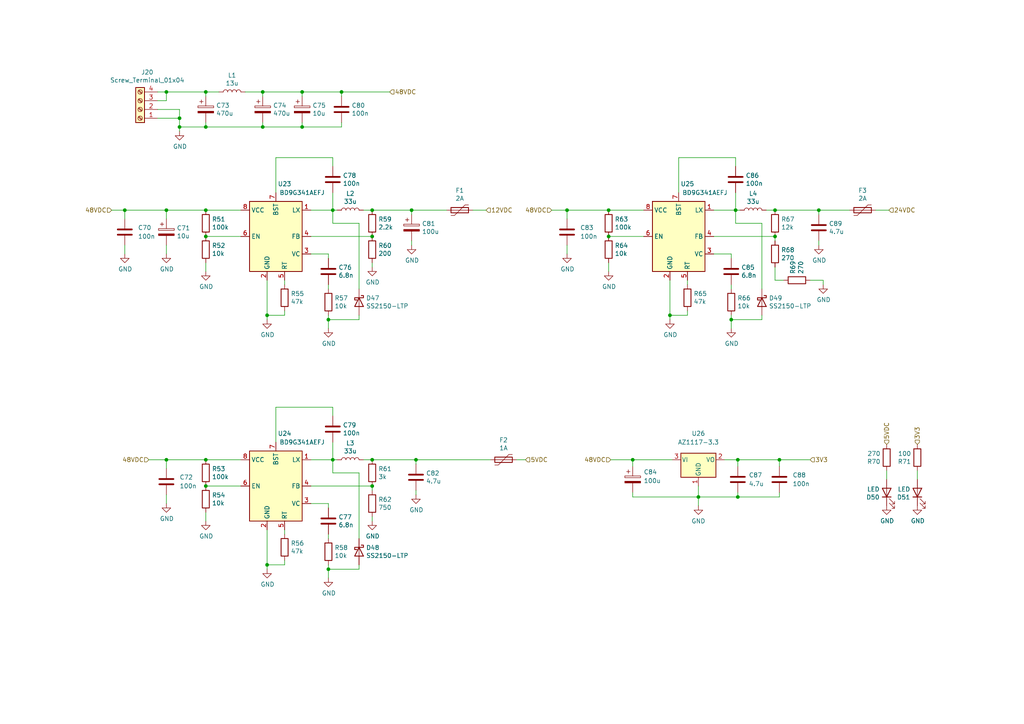
<source format=kicad_sch>
(kicad_sch (version 20211123) (generator eeschema)
  (paper "A4")
  (lib_symbols
    (symbol "Connector:Screw_Terminal_01x04" (pin_names (offset 1.016) hide)
      (property "Reference" "J" (at 0 5.08 0))
      (property "Value" "Screw_Terminal_01x04" (at 0 -7.62 0))
      (symbol "Screw_Terminal_01x04_1_1"
        (rectangle (start -1.27 3.81) (end 1.27 -6.35) (stroke (width 0.254)) (fill (type background)))
        (circle (center 0 -5.08) (radius 0.635) (stroke (width 0.1524)))
        (circle (center 0 -2.54) (radius 0.635) (stroke (width 0.1524)))
        (polyline (pts (xy -0.5334 -4.7498) (xy 0.3302 -5.588)) (stroke (width 0.1524)))
        (polyline (pts (xy -0.5334 -2.2098) (xy 0.3302 -3.048)) (stroke (width 0.1524)))
        (polyline (pts (xy -0.5334 0.3302) (xy 0.3302 -0.508)) (stroke (width 0.1524)))
        (polyline (pts (xy -0.5334 2.8702) (xy 0.3302 2.032)) (stroke (width 0.1524)))
        (polyline (pts (xy -0.3556 -4.572) (xy 0.508 -5.4102)) (stroke (width 0.1524)))
        (polyline (pts (xy -0.3556 -2.032) (xy 0.508 -2.8702)) (stroke (width 0.1524)))
        (polyline (pts (xy -0.3556 0.508) (xy 0.508 -0.3302)) (stroke (width 0.1524)))
        (polyline (pts (xy -0.3556 3.048) (xy 0.508 2.2098)) (stroke (width 0.1524)))
        (circle (center 0 0) (radius 0.635) (stroke (width 0.1524)))
        (circle (center 0 2.54) (radius 0.635) (stroke (width 0.1524)))
        (pin passive line (at -5.08 2.54 0) (length 3.81) (name "Pin_1") (number "1"))
        (pin passive line (at -5.08 0 0) (length 3.81) (name "Pin_2") (number "2"))
        (pin passive line (at -5.08 -2.54 0) (length 3.81) (name "Pin_3") (number "3"))
        (pin passive line (at -5.08 -5.08 0) (length 3.81) (name "Pin_4") (number "4"))
      )
    )
    (symbol "Device:C" (pin_numbers hide) (pin_names (offset 0.254))
      (property "Reference" "C" (at 0.635 2.54 0))
      (property "Value" "C" (at 0.635 -2.54 0))
      (symbol "C_0_1"
        (polyline (pts (xy -2.032 -0.762) (xy 2.032 -0.762)) (stroke (width 0.508)))
        (polyline (pts (xy -2.032 0.762) (xy 2.032 0.762)) (stroke (width 0.508)))
      )
      (symbol "C_1_1"
        (pin passive line (at 0 3.81 270) (length 2.794) (name "~") (number "1"))
        (pin passive line (at 0 -3.81 90) (length 2.794) (name "~") (number "2"))
      )
    )
    (symbol "Device:CP" (pin_numbers hide) (pin_names (offset 0.254))
      (property "Reference" "C" (at 0.635 2.54 0))
      (property "Value" "Device_CP" (at 0.635 -2.54 0))
      (symbol "CP_0_1"
        (rectangle (start -2.286 0.508) (end 2.286 1.016))
        (polyline (pts (xy -1.778 2.286) (xy -0.762 2.286)))
        (polyline (pts (xy -1.27 2.794) (xy -1.27 1.778)))
        (rectangle (start 2.286 -0.508) (end -2.286 -1.016) (fill (type outline)))
      )
      (symbol "CP_1_1"
        (pin passive line (at 0 3.81 270) (length 2.794) (name "~") (number "1"))
        (pin passive line (at 0 -3.81 90) (length 2.794) (name "~") (number "2"))
      )
    )
    (symbol "Device:C_Polarized" (pin_numbers hide) (pin_names (offset 0.254))
      (property "Reference" "C" (at 0.635 2.54 0))
      (property "Value" "C_Polarized" (at 0.635 -2.54 0))
      (symbol "C_Polarized_0_1"
        (rectangle (start -2.286 0.508) (end 2.286 1.016))
        (polyline (pts (xy -1.778 2.286) (xy -0.762 2.286)))
        (polyline (pts (xy -1.27 2.794) (xy -1.27 1.778)))
        (rectangle (start 2.286 -0.508) (end -2.286 -1.016) (fill (type outline)))
      )
      (symbol "C_Polarized_1_1"
        (pin passive line (at 0 3.81 270) (length 2.794) (name "~") (number "1"))
        (pin passive line (at 0 -3.81 90) (length 2.794) (name "~") (number "2"))
      )
    )
    (symbol "Device:D_Schottky" (pin_numbers hide) (pin_names (offset 1.016) hide)
      (property "Reference" "D" (at 0 2.54 0))
      (property "Value" "D_Schottky" (at 0 -2.54 0))
      (symbol "D_Schottky_0_1"
        (polyline (pts (xy 1.27 0) (xy -1.27 0)))
        (polyline (pts (xy 1.27 1.27) (xy 1.27 -1.27) (xy -1.27 0) (xy 1.27 1.27)) (stroke (width 0.254)))
        (polyline (pts (xy -1.905 0.635) (xy -1.905 1.27) (xy -1.27 1.27) (xy -1.27 -1.27) (xy -0.635 -1.27) (xy -0.635 -0.635)) (stroke (width 0.254)))
      )
      (symbol "D_Schottky_1_1"
        (pin passive line (at -3.81 0 0) (length 2.54) (name "K") (number "1"))
        (pin passive line (at 3.81 0 180) (length 2.54) (name "A") (number "2"))
      )
    )
    (symbol "Device:L" (pin_numbers hide) (pin_names (offset 1.016) hide)
      (property "Reference" "L" (at -1.27 0 90))
      (property "Value" "L" (at 1.905 0 90))
      (symbol "L_0_1"
        (arc (start 0 -2.54) (mid 0.635 -1.905) (end 0 -1.27))
        (arc (start 0 -1.27) (mid 0.635 -0.635) (end 0 0))
        (arc (start 0 0) (mid 0.635 0.635) (end 0 1.27))
        (arc (start 0 1.27) (mid 0.635 1.905) (end 0 2.54))
      )
      (symbol "L_1_1"
        (pin passive line (at 0 3.81 270) (length 1.27) (name "1") (number "1"))
        (pin passive line (at 0 -3.81 90) (length 1.27) (name "2") (number "2"))
      )
    )
    (symbol "Device:LED" (pin_numbers hide) (pin_names (offset 1.016) hide)
      (property "Reference" "D" (at 0 2.54 0))
      (property "Value" "LED" (at 0 -2.54 0))
      (symbol "LED_0_1"
        (polyline (pts (xy -1.27 -1.27) (xy -1.27 1.27)) (stroke (width 0.254)))
        (polyline (pts (xy -1.27 0) (xy 1.27 0)))
        (polyline (pts (xy 1.27 -1.27) (xy 1.27 1.27) (xy -1.27 0) (xy 1.27 -1.27)) (stroke (width 0.254)))
        (polyline (pts (xy -3.048 -0.762) (xy -4.572 -2.286) (xy -3.81 -2.286) (xy -4.572 -2.286) (xy -4.572 -1.524)))
        (polyline (pts (xy -1.778 -0.762) (xy -3.302 -2.286) (xy -2.54 -2.286) (xy -3.302 -2.286) (xy -3.302 -1.524)))
      )
      (symbol "LED_1_1"
        (pin passive line (at -3.81 0 0) (length 2.54) (name "K") (number "1"))
        (pin passive line (at 3.81 0 180) (length 2.54) (name "A") (number "2"))
      )
    )
    (symbol "Device:Polyfuse" (pin_numbers hide) (pin_names (offset 0))
      (property "Reference" "F" (at -2.54 0 90))
      (property "Value" "Polyfuse" (at 2.54 0 90))
      (symbol "Polyfuse_0_1"
        (rectangle (start -0.762 2.54) (end 0.762 -2.54) (stroke (width 0.254)))
        (polyline (pts (xy 0 2.54) (xy 0 -2.54)))
        (polyline (pts (xy -1.524 2.54) (xy -1.524 1.524) (xy 1.524 -1.524) (xy 1.524 -2.54)))
      )
      (symbol "Polyfuse_1_1"
        (pin passive line (at 0 3.81 270) (length 1.27) (name "~") (number "1"))
        (pin passive line (at 0 -3.81 90) (length 1.27) (name "~") (number "2"))
      )
    )
    (symbol "Device:R" (pin_numbers hide) (pin_names (offset 0))
      (property "Reference" "R" (at 2.032 0 90))
      (property "Value" "R" (at 0 0 90))
      (symbol "R_0_1"
        (rectangle (start -1.016 -2.54) (end 1.016 2.54) (stroke (width 0.254)))
      )
      (symbol "R_1_1"
        (pin passive line (at 0 3.81 270) (length 1.27) (name "~") (number "1"))
        (pin passive line (at 0 -3.81 90) (length 1.27) (name "~") (number "2"))
      )
    )
    (symbol "Regulator_Linear:AZ1117-3.3" (pin_names (offset 0.254))
      (property "Reference" "U" (at -3.81 3.175 0))
      (property "Value" "AZ1117-3.3" (at 0 3.175 0))
      (symbol "AZ1117-3.3_0_1"
        (rectangle (start -5.08 1.905) (end 5.08 -5.08) (stroke (width 0.254)) (fill (type background)))
      )
      (symbol "AZ1117-3.3_1_1"
        (pin power_in line (at 0 -7.62 90) (length 2.54) (name "GND") (number "1"))
        (pin power_out line (at 7.62 0 180) (length 2.54) (name "VO") (number "2"))
        (pin power_in line (at -7.62 0 0) (length 2.54) (name "VI") (number "3"))
      )
    )
    (symbol "fluidnc_board:BD9G341AEFJ"
      (property "Reference" "U" (at -6.35 11.43 0))
      (property "Value" "BD9G341AEFJ" (at 7.62 11.43 0))
      (symbol "BD9G341AEFJ_0_0"
        (pin power_in line (at -2.54 -12.7 90) (length 2.54) hide (name "GND") (number "9"))
      )
      (symbol "BD9G341AEFJ_0_1"
        (rectangle (start -7.62 10.16) (end 7.62 -10.16) (stroke (width 0.254)) (fill (type background)))
      )
      (symbol "BD9G341AEFJ_1_1"
        (pin passive line (at 10.16 7.62 180) (length 2.54) (name "LX") (number "1"))
        (pin power_in line (at -2.54 -12.7 90) (length 2.54) (name "GND") (number "2"))
        (pin output line (at 10.16 -5.08 180) (length 2.54) (name "VC") (number "3"))
        (pin input line (at 10.16 0 180) (length 2.54) (name "FB") (number "4"))
        (pin input line (at 2.54 -12.7 90) (length 2.54) (name "RT") (number "5"))
        (pin input line (at -10.16 0 0) (length 2.54) (name "EN") (number "6"))
        (pin input line (at 0 12.7 270) (length 2.54) (name "BST") (number "7"))
        (pin power_in line (at -10.16 7.62 0) (length 2.54) (name "VCC") (number "8"))
      )
    )
    (symbol "power:GND" (power) (pin_names (offset 0))
      (property "Value" "GND" (at 0 -3.81 0))
      (symbol "GND_0_1"
        (polyline (pts (xy 0 0) (xy 0 -1.27) (xy 1.27 -1.27) (xy 0 -2.54) (xy -1.27 -1.27) (xy 0 -1.27)))
      )
      (symbol "GND_1_1"
        (pin power_in line (at 0 0 270) (length 0) hide (name "GND") (number "1"))
      )
    )
  )
  (junction (at 59.69 60.96))
  (junction (at 48.26 133.35))
  (junction (at 87.63 26.67))
  (junction (at 52.07 34.29))
  (junction (at 183.515 133.35))
  (junction (at 224.79 68.58))
  (junction (at 96.52 60.96))
  (junction (at 194.31 91.44))
  (junction (at 176.53 68.58))
  (junction (at 96.52 133.35))
  (junction (at 52.07 36.83))
  (junction (at 87.63 36.83))
  (junction (at 59.69 36.83))
  (junction (at 59.69 68.58))
  (junction (at 77.47 91.44))
  (junction (at 202.565 144.145))
  (junction (at 164.465 60.96))
  (junction (at 48.26 26.67))
  (junction (at 59.69 140.97))
  (junction (at 119.38 60.96))
  (junction (at 107.95 133.35))
  (junction (at 99.06 26.67))
  (junction (at 213.995 144.145))
  (junction (at 120.65 133.35))
  (junction (at 77.47 163.83))
  (junction (at 36.195 60.96))
  (junction (at 107.95 60.96))
  (junction (at 76.2 26.67))
  (junction (at 95.25 165.1))
  (junction (at 48.26 60.96))
  (junction (at 95.25 92.71))
  (junction (at 107.95 68.58))
  (junction (at 107.95 140.97))
  (junction (at 213.995 133.35))
  (junction (at 59.69 26.67))
  (junction (at 59.69 133.35))
  (junction (at 226.06 133.35))
  (junction (at 224.79 60.96))
  (junction (at 212.09 92.71))
  (junction (at 176.53 60.96))
  (junction (at 76.2 36.83))
  (junction (at 213.36 60.96))
  (junction (at 237.49 60.96))
  (wire (pts (xy 87.63 36.83) (xy 99.06 36.83)))
  (wire (pts (xy 82.55 163.83) (xy 77.47 163.83)))
  (wire (pts (xy 69.85 68.58) (xy 59.69 68.58)))
  (wire (pts (xy 152.4 133.35) (xy 149.86 133.35)))
  (wire (pts (xy 96.52 60.96) (xy 90.17 60.96)))
  (wire (pts (xy 87.63 26.67) (xy 87.63 27.94)))
  (wire (pts (xy 224.79 77.47) (xy 224.79 81.28)))
  (wire (pts (xy 52.07 34.29) (xy 45.72 34.29)))
  (wire (pts (xy 202.565 144.145) (xy 202.565 146.685)))
  (wire (pts (xy 224.79 68.58) (xy 207.01 68.58)))
  (wire (pts (xy 95.25 146.05) (xy 90.17 146.05)))
  (wire (pts (xy 212.09 83.82) (xy 212.09 82.55)))
  (wire (pts (xy 183.515 142.875) (xy 183.515 144.145)))
  (wire (pts (xy 59.69 151.13) (xy 59.69 148.59)))
  (wire (pts (xy 120.65 133.35) (xy 142.24 133.35)))
  (wire (pts (xy 99.06 36.83) (xy 99.06 35.56)))
  (wire (pts (xy 107.95 133.35) (xy 120.65 133.35)))
  (wire (pts (xy 36.195 73.66) (xy 36.195 71.12)))
  (wire (pts (xy 105.41 133.35) (xy 107.95 133.35)))
  (wire (pts (xy 99.06 26.67) (xy 113.03 26.67)))
  (wire (pts (xy 45.72 31.75) (xy 52.07 31.75)))
  (wire (pts (xy 82.55 82.55) (xy 82.55 81.28)))
  (wire (pts (xy 77.47 163.83) (xy 77.47 165.1)))
  (wire (pts (xy 213.36 45.72) (xy 196.85 45.72)))
  (wire (pts (xy 95.25 165.1) (xy 104.14 165.1)))
  (wire (pts (xy 107.95 140.97) (xy 90.17 140.97)))
  (wire (pts (xy 176.53 60.96) (xy 186.69 60.96)))
  (wire (pts (xy 59.69 35.56) (xy 59.69 36.83)))
  (wire (pts (xy 45.72 29.21) (xy 48.26 29.21)))
  (wire (pts (xy 199.39 82.55) (xy 199.39 81.28)))
  (wire (pts (xy 95.25 156.21) (xy 95.25 154.94)))
  (wire (pts (xy 96.52 137.16) (xy 96.52 133.35)))
  (wire (pts (xy 48.26 26.67) (xy 45.72 26.67)))
  (wire (pts (xy 96.52 118.11) (xy 80.01 118.11)))
  (wire (pts (xy 76.2 26.67) (xy 76.2 27.94)))
  (wire (pts (xy 226.06 133.35) (xy 234.95 133.35)))
  (wire (pts (xy 95.25 74.93) (xy 95.25 73.66)))
  (wire (pts (xy 224.79 81.28) (xy 227.33 81.28)))
  (wire (pts (xy 212.09 95.25) (xy 212.09 92.71)))
  (wire (pts (xy 96.52 133.35) (xy 90.17 133.35)))
  (wire (pts (xy 59.69 133.35) (xy 69.85 133.35)))
  (wire (pts (xy 48.26 73.66) (xy 48.26 71.12)))
  (wire (pts (xy 212.09 92.71) (xy 220.98 92.71)))
  (wire (pts (xy 237.49 62.23) (xy 237.49 60.96)))
  (wire (pts (xy 77.47 91.44) (xy 77.47 92.71)))
  (wire (pts (xy 59.69 36.83) (xy 76.2 36.83)))
  (wire (pts (xy 76.2 35.56) (xy 76.2 36.83)))
  (wire (pts (xy 32.385 60.96) (xy 36.195 60.96)))
  (wire (pts (xy 237.49 60.96) (xy 246.38 60.96)))
  (wire (pts (xy 87.63 26.67) (xy 99.06 26.67)))
  (wire (pts (xy 104.14 64.77) (xy 96.52 64.77)))
  (wire (pts (xy 220.98 64.77) (xy 213.36 64.77)))
  (wire (pts (xy 76.2 36.83) (xy 87.63 36.83)))
  (wire (pts (xy 202.565 140.97) (xy 202.565 144.145)))
  (wire (pts (xy 48.26 133.35) (xy 48.26 135.89)))
  (wire (pts (xy 257.81 60.96) (xy 254 60.96)))
  (wire (pts (xy 59.69 60.96) (xy 69.85 60.96)))
  (wire (pts (xy 82.55 91.44) (xy 77.47 91.44)))
  (wire (pts (xy 48.26 63.5) (xy 48.26 60.96)))
  (wire (pts (xy 266.065 136.525) (xy 266.065 139.065)))
  (wire (pts (xy 52.07 36.83) (xy 59.69 36.83)))
  (wire (pts (xy 77.47 153.67) (xy 77.47 163.83)))
  (wire (pts (xy 48.26 29.21) (xy 48.26 26.67)))
  (wire (pts (xy 48.26 26.67) (xy 59.69 26.67)))
  (wire (pts (xy 164.465 60.96) (xy 164.465 63.5)))
  (wire (pts (xy 224.79 60.96) (xy 237.49 60.96)))
  (wire (pts (xy 107.95 68.58) (xy 90.17 68.58)))
  (wire (pts (xy 194.31 91.44) (xy 194.31 92.71)))
  (wire (pts (xy 36.195 60.96) (xy 48.26 60.96)))
  (wire (pts (xy 95.25 147.32) (xy 95.25 146.05)))
  (wire (pts (xy 220.98 92.71) (xy 220.98 91.44)))
  (wire (pts (xy 238.76 82.55) (xy 238.76 81.28)))
  (wire (pts (xy 71.12 26.67) (xy 76.2 26.67)))
  (wire (pts (xy 87.63 36.83) (xy 87.63 35.56)))
  (wire (pts (xy 213.36 60.96) (xy 214.63 60.96)))
  (wire (pts (xy 226.06 133.35) (xy 226.06 135.255)))
  (wire (pts (xy 95.25 83.82) (xy 95.25 82.55)))
  (wire (pts (xy 96.52 48.26) (xy 96.52 45.72)))
  (wire (pts (xy 140.97 60.96) (xy 137.16 60.96)))
  (wire (pts (xy 107.95 77.47) (xy 107.95 76.2)))
  (wire (pts (xy 96.52 55.88) (xy 96.52 60.96)))
  (wire (pts (xy 77.47 81.28) (xy 77.47 91.44)))
  (wire (pts (xy 36.195 60.96) (xy 36.195 63.5)))
  (wire (pts (xy 237.49 71.12) (xy 237.49 69.85)))
  (wire (pts (xy 183.515 133.35) (xy 183.515 135.255)))
  (wire (pts (xy 120.65 134.62) (xy 120.65 133.35)))
  (wire (pts (xy 59.69 78.74) (xy 59.69 76.2)))
  (wire (pts (xy 177.165 133.35) (xy 183.515 133.35)))
  (wire (pts (xy 183.515 144.145) (xy 202.565 144.145)))
  (wire (pts (xy 213.995 133.35) (xy 226.06 133.35)))
  (wire (pts (xy 213.995 144.145) (xy 226.06 144.145)))
  (wire (pts (xy 104.14 64.77) (xy 104.14 83.82)))
  (wire (pts (xy 48.26 146.05) (xy 48.26 143.51)))
  (wire (pts (xy 257.175 136.525) (xy 257.175 139.065)))
  (wire (pts (xy 96.52 133.35) (xy 97.79 133.35)))
  (wire (pts (xy 226.06 144.145) (xy 226.06 142.875)))
  (wire (pts (xy 59.69 26.67) (xy 59.69 27.94)))
  (wire (pts (xy 80.01 45.72) (xy 80.01 55.88)))
  (wire (pts (xy 119.38 62.23) (xy 119.38 60.96)))
  (wire (pts (xy 220.98 64.77) (xy 220.98 83.82)))
  (wire (pts (xy 48.26 133.35) (xy 59.69 133.35)))
  (wire (pts (xy 52.07 36.83) (xy 52.07 38.1)))
  (wire (pts (xy 194.945 133.35) (xy 183.515 133.35)))
  (wire (pts (xy 105.41 60.96) (xy 107.95 60.96)))
  (wire (pts (xy 95.25 167.64) (xy 95.25 165.1)))
  (wire (pts (xy 95.25 92.71) (xy 104.14 92.71)))
  (wire (pts (xy 96.52 60.96) (xy 97.79 60.96)))
  (wire (pts (xy 194.31 81.28) (xy 194.31 91.44)))
  (wire (pts (xy 104.14 137.16) (xy 104.14 156.21)))
  (wire (pts (xy 104.14 137.16) (xy 96.52 137.16)))
  (wire (pts (xy 213.36 55.88) (xy 213.36 60.96)))
  (wire (pts (xy 107.95 140.97) (xy 107.95 142.24)))
  (wire (pts (xy 104.14 92.71) (xy 104.14 91.44)))
  (wire (pts (xy 95.25 165.1) (xy 95.25 163.83)))
  (wire (pts (xy 95.25 95.25) (xy 95.25 92.71)))
  (wire (pts (xy 196.85 45.72) (xy 196.85 55.88)))
  (wire (pts (xy 213.36 60.96) (xy 207.01 60.96)))
  (wire (pts (xy 213.36 64.77) (xy 213.36 60.96)))
  (wire (pts (xy 164.465 60.96) (xy 176.53 60.96)))
  (wire (pts (xy 104.14 165.1) (xy 104.14 163.83)))
  (wire (pts (xy 129.54 60.96) (xy 119.38 60.96)))
  (wire (pts (xy 59.69 26.67) (xy 63.5 26.67)))
  (wire (pts (xy 52.07 31.75) (xy 52.07 34.29)))
  (wire (pts (xy 199.39 90.17) (xy 199.39 91.44)))
  (wire (pts (xy 186.69 68.58) (xy 176.53 68.58)))
  (wire (pts (xy 69.85 140.97) (xy 59.69 140.97)))
  (wire (pts (xy 76.2 26.67) (xy 87.63 26.67)))
  (wire (pts (xy 199.39 91.44) (xy 194.31 91.44)))
  (wire (pts (xy 43.18 133.35) (xy 48.26 133.35)))
  (wire (pts (xy 160.02 60.96) (xy 164.465 60.96)))
  (wire (pts (xy 95.25 92.71) (xy 95.25 91.44)))
  (wire (pts (xy 96.52 45.72) (xy 80.01 45.72)))
  (wire (pts (xy 202.565 144.145) (xy 213.995 144.145)))
  (wire (pts (xy 213.995 133.35) (xy 213.995 135.255)))
  (wire (pts (xy 107.95 151.13) (xy 107.95 149.86)))
  (wire (pts (xy 212.09 92.71) (xy 212.09 91.44)))
  (wire (pts (xy 96.52 128.27) (xy 96.52 133.35)))
  (wire (pts (xy 82.55 154.94) (xy 82.55 153.67)))
  (wire (pts (xy 224.79 68.58) (xy 224.79 69.85)))
  (wire (pts (xy 80.01 118.11) (xy 80.01 128.27)))
  (wire (pts (xy 96.52 64.77) (xy 96.52 60.96)))
  (wire (pts (xy 222.25 60.96) (xy 224.79 60.96)))
  (wire (pts (xy 95.25 73.66) (xy 90.17 73.66)))
  (wire (pts (xy 119.38 71.12) (xy 119.38 69.85)))
  (wire (pts (xy 210.185 133.35) (xy 213.995 133.35)))
  (wire (pts (xy 238.76 81.28) (xy 234.95 81.28)))
  (wire (pts (xy 120.65 143.51) (xy 120.65 142.24)))
  (wire (pts (xy 99.06 27.94) (xy 99.06 26.67)))
  (wire (pts (xy 213.36 48.26) (xy 213.36 45.72)))
  (wire (pts (xy 107.95 60.96) (xy 119.38 60.96)))
  (wire (pts (xy 48.26 60.96) (xy 59.69 60.96)))
  (wire (pts (xy 52.07 34.29) (xy 52.07 36.83)))
  (wire (pts (xy 212.09 73.66) (xy 207.01 73.66)))
  (wire (pts (xy 212.09 74.93) (xy 212.09 73.66)))
  (wire (pts (xy 82.55 90.17) (xy 82.55 91.44)))
  (wire (pts (xy 176.53 78.74) (xy 176.53 76.2)))
  (wire (pts (xy 164.465 73.66) (xy 164.465 71.12)))
  (wire (pts (xy 96.52 120.65) (xy 96.52 118.11)))
  (wire (pts (xy 82.55 162.56) (xy 82.55 163.83)))
  (wire (pts (xy 213.995 142.875) (xy 213.995 144.145)))
  (hierarchical_label "3V3" (shape input) (at 266.065 128.905 90))
  (hierarchical_label "5VDC" (shape input) (at 257.175 128.905 90))
  (hierarchical_label "48VDC" (shape input) (at 113.03 26.67 0))
  (hierarchical_label "48VDC" (shape input) (at 177.165 133.35 180))
  (hierarchical_label "24VDC" (shape input) (at 257.81 60.96 0))
  (hierarchical_label "48VDC" (shape input) (at 32.385 60.96 180))
  (hierarchical_label "48VDC" (shape input) (at 43.18 133.35 180))
  (hierarchical_label "5VDC" (shape input) (at 152.4 133.35 0))
  (hierarchical_label "12VDC" (shape input) (at 140.97 60.96 0))
  (hierarchical_label "48VDC" (shape input) (at 160.02 60.96 180))
  (hierarchical_label "3V3" (shape input) (at 234.95 133.35 0))
  (symbol (lib_id "Device:R") (at 176.53 64.77 0) (unit 1)
    (property "Reference" "R63" (at 178.308 63.6016 0) (effects (justify left)))
    (property "Value" "100k" (at 178.308 65.913 0) (effects (justify left)))
    (property "Footprint" "Resistor_SMD:R_0603_1608Metric_Pad0.98x0.95mm_HandSolder" (effects hide))
  )
  (symbol (lib_id "power:GND") (at 194.31 92.71 0) (unit 1)
    (property "Reference" "#PWR0199" (effects hide))
    (property "Value" "GND" (at 194.437 97.1042 0))
  )
  (symbol (lib_id "Device:LED") (at 266.065 142.875 90) (unit 1)
    (property "Reference" "D51" (at 264.033 144.2212 90) (effects (justify left)))
    (property "Value" "LED" (at 264.033 141.9098 90) (effects (justify left)))
    (property "Footprint" "LED_SMD:LED_1206_3216Metric_Pad1.42x1.75mm_HandSolder" (effects hide))
  )
  (symbol (lib_id "power:GND") (at 237.49 71.12 0) (unit 1)
    (property "Reference" "#PWR0202" (effects hide))
    (property "Value" "GND" (at 237.617 75.5142 0))
  )
  (symbol (lib_id "Device:C") (at 237.49 66.04 0) (unit 1)
    (property "Reference" "C89" (at 240.411 64.8716 0) (effects (justify left)))
    (property "Value" "4.7u" (at 240.411 67.183 0) (effects (justify left)))
    (property "Footprint" "Capacitor_SMD:C_0805_2012Metric_Pad1.18x1.45mm_HandSolder" (effects hide))
  )
  (symbol (lib_id "Device:D_Schottky") (at 104.14 87.63 270) (unit 1)
    (property "Reference" "D47" (at 106.172 86.4616 90) (effects (justify left)))
    (property "Value" "SS2150-LTP" (at 106.172 88.773 90) (effects (justify left)))
    (property "Footprint" "Diode_SMD:D_SMA_Handsoldering" (effects hide))
  )
  (symbol (lib_id "power:GND") (at 77.47 165.1 0) (unit 1)
    (property "Reference" "#PWR0190" (effects hide))
    (property "Value" "GND" (at 77.597 169.4942 0))
  )
  (symbol (lib_id "Device:R") (at 231.14 81.28 90) (unit 1)
    (property "Reference" "R69" (at 229.9716 79.502 0) (effects (justify left)))
    (property "Value" "270" (at 232.283 79.502 0) (effects (justify left)))
    (property "Footprint" "Resistor_SMD:R_1206_3216Metric_Pad1.30x1.75mm_HandSolder" (effects hide))
  )
  (symbol (lib_id "Device:R") (at 107.95 137.16 0) (unit 1)
    (property "Reference" "R61" (at 109.728 135.9916 0) (effects (justify left)))
    (property "Value" "3k" (at 109.728 138.303 0) (effects (justify left)))
    (property "Footprint" "Resistor_SMD:R_0603_1608Metric_Pad0.98x0.95mm_HandSolder" (effects hide))
  )
  (symbol (lib_id "Device:C_Polarized") (at 183.515 139.065 0) (unit 1)
    (property "Reference" "C84" (at 186.69 136.9059 0) (effects (justify left)))
    (property "Value" "100u" (at 186.69 139.4459 0) (effects (justify left)))
    (property "Footprint" "Capacitor_SMD:CP_Elec_10x10" (effects hide))
    (property "Datasheet" "https://www.nichicon.co.jp/english/products/pdfs/e-ucd.pdf" (effects hide))
  )
  (symbol (lib_id "Device:R") (at 59.69 72.39 0) (unit 1)
    (property "Reference" "R52" (at 61.468 71.2216 0) (effects (justify left)))
    (property "Value" "10k" (at 61.468 73.533 0) (effects (justify left)))
    (property "Footprint" "Resistor_SMD:R_0805_2012Metric_Pad1.20x1.40mm_HandSolder" (effects hide))
  )
  (symbol (lib_id "Connector:Screw_Terminal_01x04") (at 40.64 31.75 180) (unit 1)
    (property "Reference" "J20" (at 42.7228 20.955 0))
    (property "Value" "Screw_Terminal_01x04" (at 42.7228 23.2664 0))
    (property "Footprint" "Connector_Phoenix_MC:PhoenixContact_MC_1,5_4-G-3.81_1x04_P3.81mm_Horizontal" (effects hide))
  )
  (symbol (lib_id "Device:R") (at 224.79 64.77 0) (unit 1)
    (property "Reference" "R67" (at 226.568 63.6016 0) (effects (justify left)))
    (property "Value" "12k" (at 226.568 65.913 0) (effects (justify left)))
    (property "Footprint" "Resistor_SMD:R_0603_1608Metric_Pad0.98x0.95mm_HandSolder" (effects hide))
  )
  (symbol (lib_id "Device:C") (at 48.26 139.7 0) (unit 1)
    (property "Reference" "C72" (at 52.07 138.4299 0) (effects (justify left)))
    (property "Value" "100n" (at 52.07 140.9699 0) (effects (justify left)))
    (property "Footprint" "Capacitor_SMD:C_0603_1608Metric_Pad1.08x0.95mm_HandSolder" (effects hide))
  )
  (symbol (lib_id "Device:C") (at 95.25 78.74 0) (unit 1)
    (property "Reference" "C76" (at 98.171 77.5716 0) (effects (justify left)))
    (property "Value" "6.8n" (at 98.171 79.883 0) (effects (justify left)))
    (property "Footprint" "Capacitor_SMD:C_0402_1005Metric_Pad0.74x0.62mm_HandSolder" (effects hide))
  )
  (symbol (lib_id "power:GND") (at 48.26 146.05 0) (unit 1)
    (property "Reference" "#PWR0185" (effects hide))
    (property "Value" "GND" (at 48.387 150.4442 0))
  )
  (symbol (lib_id "Device:R") (at 107.95 64.77 0) (unit 1)
    (property "Reference" "R59" (at 109.728 63.6016 0) (effects (justify left)))
    (property "Value" "2.2k" (at 109.728 65.913 0) (effects (justify left)))
    (property "Footprint" "Resistor_SMD:R_0603_1608Metric_Pad0.98x0.95mm_HandSolder" (effects hide))
  )
  (symbol (lib_id "power:GND") (at 202.565 146.685 0) (unit 1)
    (property "Reference" "#PWR0200" (effects hide))
    (property "Value" "GND" (at 202.565 151.13 0))
  )
  (symbol (lib_id "Device:C") (at 213.36 52.07 0) (unit 1)
    (property "Reference" "C86" (at 216.281 50.9016 0) (effects (justify left)))
    (property "Value" "100n" (at 216.281 53.213 0) (effects (justify left)))
    (property "Footprint" "Capacitor_SMD:C_0603_1608Metric_Pad1.08x0.95mm_HandSolder" (effects hide))
  )
  (symbol (lib_id "power:GND") (at 119.38 71.12 0) (unit 1)
    (property "Reference" "#PWR0195" (effects hide))
    (property "Value" "GND" (at 119.507 75.5142 0))
  )
  (symbol (lib_id "Device:R") (at 224.79 73.66 0) (unit 1)
    (property "Reference" "R68" (at 226.568 72.4916 0) (effects (justify left)))
    (property "Value" "270" (at 226.568 74.803 0) (effects (justify left)))
    (property "Footprint" "Resistor_SMD:R_1206_3216Metric_Pad1.30x1.75mm_HandSolder" (effects hide))
  )
  (symbol (lib_id "Device:R") (at 95.25 160.02 0) (unit 1)
    (property "Reference" "R58" (at 97.028 158.8516 0) (effects (justify left)))
    (property "Value" "10k" (at 97.028 161.163 0) (effects (justify left)))
    (property "Footprint" "Resistor_SMD:R_0805_2012Metric_Pad1.20x1.40mm_HandSolder" (effects hide))
  )
  (symbol (lib_id "Device:R") (at 176.53 72.39 0) (unit 1)
    (property "Reference" "R64" (at 178.308 71.2216 0) (effects (justify left)))
    (property "Value" "10k" (at 178.308 73.533 0) (effects (justify left)))
    (property "Footprint" "Resistor_SMD:R_0805_2012Metric_Pad1.20x1.40mm_HandSolder" (effects hide))
  )
  (symbol (lib_id "Device:L") (at 101.6 133.35 90) (unit 1)
    (property "Reference" "L3" (at 101.6 128.524 90))
    (property "Value" "33u" (at 101.6 130.8354 90))
    (property "Footprint" "Inductor_SMD:L_Vishay_IHLP-4040" (effects hide))
  )
  (symbol (lib_id "Device:R") (at 199.39 86.36 0) (unit 1)
    (property "Reference" "R65" (at 201.168 85.1916 0) (effects (justify left)))
    (property "Value" "47k" (at 201.168 87.503 0) (effects (justify left)))
    (property "Footprint" "Resistor_SMD:R_0805_2012Metric_Pad1.20x1.40mm_HandSolder" (effects hide))
  )
  (symbol (lib_id "Device:CP") (at 48.26 67.31 0) (unit 1)
    (property "Reference" "C71" (at 51.2572 66.1416 0) (effects (justify left)))
    (property "Value" "10u" (at 51.2572 68.453 0) (effects (justify left)))
    (property "Footprint" "Capacitor_THT:CP_Radial_D8.0mm_P3.50mm" (effects hide))
    (property "Datasheet" "https://www.tdk-electronics.tdk.com/inf/20/30/db/aec/B41866.pdf?ref_disty=digikey" (effects hide))
    (property "Digikey Part No." "495-75596-ND" (effects hide))
  )
  (symbol (lib_id "power:GND") (at 95.25 167.64 0) (unit 1)
    (property "Reference" "#PWR0192" (effects hide))
    (property "Value" "GND" (at 95.377 172.0342 0))
  )
  (symbol (lib_id "Device:L") (at 218.44 60.96 90) (unit 1)
    (property "Reference" "L4" (at 218.44 56.134 90))
    (property "Value" "33u" (at 218.44 58.4454 90))
    (property "Footprint" "Inductor_SMD:L_Vishay_IHLP-4040" (effects hide))
  )
  (symbol (lib_id "power:GND") (at 95.25 95.25 0) (unit 1)
    (property "Reference" "#PWR0191" (effects hide))
    (property "Value" "GND" (at 95.377 99.6442 0))
  )
  (symbol (lib_id "power:GND") (at 257.175 146.685 0) (unit 1)
    (property "Reference" "#PWR0204" (effects hide))
    (property "Value" "GND" (at 257.302 151.0792 0))
  )
  (symbol (lib_id "fluidnc_board:BD9G341AEFJ") (at 80.01 68.58 0) (unit 1)
    (property "Reference" "U23" (at 82.55 53.34 0))
    (property "Value" "BD9G341AEFJ" (at 87.63 55.88 0))
    (property "Footprint" "Package_SO:HTSOP-8-1EP_3.9x4.9mm_P1.27mm_EP2.4x3.2mm_ThermalVias" (effects hide))
    (property "Datasheet" "https://media.digikey.com/pdf/Data%20Sheets/Rohm%20PDFs/BD9G341EFJ.pdf" (effects hide))
  )
  (symbol (lib_id "power:GND") (at 164.465 73.66 0) (unit 1)
    (property "Reference" "#PWR0197" (effects hide))
    (property "Value" "GND" (at 164.592 78.0542 0))
  )
  (symbol (lib_id "Device:L") (at 101.6 60.96 90) (unit 1)
    (property "Reference" "L2" (at 101.6 56.134 90))
    (property "Value" "33u" (at 101.6 58.4454 90))
    (property "Footprint" "Inductor_SMD:L_Vishay_IHLP-4040" (effects hide))
  )
  (symbol (lib_id "power:GND") (at 36.195 73.66 0) (unit 1)
    (property "Reference" "#PWR0183" (effects hide))
    (property "Value" "GND" (at 36.322 78.0542 0))
  )
  (symbol (lib_id "Device:CP") (at 119.38 66.04 0) (unit 1)
    (property "Reference" "C81" (at 122.3772 64.8716 0) (effects (justify left)))
    (property "Value" "100u" (at 122.3772 67.183 0) (effects (justify left)))
    (property "Footprint" "Capacitor_SMD:CP_Elec_10x10" (effects hide))
    (property "Datasheet" "https://www.nichicon.co.jp/english/products/pdfs/e-ucd.pdf" (effects hide))
    (property "Digikey Part No." "UCD1H101MCL6CT-ND" (effects hide))
  )
  (symbol (lib_id "Device:R") (at 59.69 137.16 0) (unit 1)
    (property "Reference" "R53" (at 61.468 135.9916 0) (effects (justify left)))
    (property "Value" "100k" (at 61.468 138.303 0) (effects (justify left)))
    (property "Footprint" "Resistor_SMD:R_0603_1608Metric_Pad0.98x0.95mm_HandSolder" (effects hide))
  )
  (symbol (lib_id "power:GND") (at 212.09 95.25 0) (unit 1)
    (property "Reference" "#PWR0201" (effects hide))
    (property "Value" "GND" (at 212.217 99.6442 0))
  )
  (symbol (lib_id "power:GND") (at 238.76 82.55 0) (unit 1)
    (property "Reference" "#PWR0203" (effects hide))
    (property "Value" "GND" (at 238.887 86.9442 0))
  )
  (symbol (lib_id "Device:D_Schottky") (at 104.14 160.02 270) (unit 1)
    (property "Reference" "D48" (at 106.172 158.8516 90) (effects (justify left)))
    (property "Value" "SS2150-LTP" (at 106.172 161.163 90) (effects (justify left)))
    (property "Footprint" "Diode_SMD:D_SMA_Handsoldering" (effects hide))
  )
  (symbol (lib_id "power:GND") (at 266.065 146.685 0) (unit 1)
    (property "Reference" "#PWR0205" (effects hide))
    (property "Value" "GND" (at 266.192 151.0792 0))
  )
  (symbol (lib_id "Device:L") (at 67.31 26.67 90) (unit 1)
    (property "Reference" "L1" (at 67.31 21.844 90))
    (property "Value" "13u" (at 67.31 24.1554 90))
    (property "Footprint" "Inductor_SMD:L_Wuerth_HCI-1365" (effects hide))
  )
  (symbol (lib_id "Device:R") (at 82.55 86.36 0) (unit 1)
    (property "Reference" "R55" (at 84.328 85.1916 0) (effects (justify left)))
    (property "Value" "47k" (at 84.328 87.503 0) (effects (justify left)))
    (property "Footprint" "Resistor_SMD:R_0805_2012Metric_Pad1.20x1.40mm_HandSolder" (effects hide))
  )
  (symbol (lib_id "power:GND") (at 107.95 77.47 0) (unit 1)
    (property "Reference" "#PWR0193" (effects hide))
    (property "Value" "GND" (at 108.077 81.8642 0))
  )
  (symbol (lib_id "power:GND") (at 59.69 78.74 0) (unit 1)
    (property "Reference" "#PWR0187" (effects hide))
    (property "Value" "GND" (at 59.817 83.1342 0))
  )
  (symbol (lib_id "Regulator_Linear:AZ1117-3.3") (at 202.565 133.35 0) (unit 1)
    (property "Reference" "U26" (at 202.565 125.73 0))
    (property "Value" "AZ1117-3.3" (at 202.565 128.27 0))
    (property "Footprint" "Package_TO_SOT_SMD:SOT-89-3" (effects hide))
    (property "Datasheet" "https://www.diodes.com/assets/Datasheets/AZ1117.pdf" (effects hide))
  )
  (symbol (lib_id "Device:R") (at 59.69 64.77 0) (unit 1)
    (property "Reference" "R51" (at 61.468 63.6016 0) (effects (justify left)))
    (property "Value" "100k" (at 61.468 65.913 0) (effects (justify left)))
    (property "Footprint" "Resistor_SMD:R_0603_1608Metric_Pad0.98x0.95mm_HandSolder" (effects hide))
  )
  (symbol (lib_id "Device:R") (at 59.69 144.78 0) (unit 1)
    (property "Reference" "R54" (at 61.468 143.6116 0) (effects (justify left)))
    (property "Value" "10k" (at 61.468 145.923 0) (effects (justify left)))
    (property "Footprint" "Resistor_SMD:R_0805_2012Metric_Pad1.20x1.40mm_HandSolder" (effects hide))
  )
  (symbol (lib_id "Device:R") (at 107.95 146.05 0) (unit 1)
    (property "Reference" "R62" (at 109.728 144.8816 0) (effects (justify left)))
    (property "Value" "750" (at 109.728 147.193 0) (effects (justify left)))
    (property "Footprint" "Resistor_SMD:R_0603_1608Metric_Pad0.98x0.95mm_HandSolder" (effects hide))
  )
  (symbol (lib_id "Device:C") (at 99.06 31.75 0) (unit 1)
    (property "Reference" "C80" (at 101.981 30.5816 0) (effects (justify left)))
    (property "Value" "100n" (at 101.981 32.893 0) (effects (justify left)))
    (property "Footprint" "Capacitor_SMD:C_0603_1608Metric_Pad1.08x0.95mm_HandSolder" (effects hide))
  )
  (symbol (lib_id "power:GND") (at 176.53 78.74 0) (unit 1)
    (property "Reference" "#PWR0198" (effects hide))
    (property "Value" "GND" (at 176.657 83.1342 0))
  )
  (symbol (lib_id "power:GND") (at 48.26 73.66 0) (unit 1)
    (property "Reference" "#PWR0184" (effects hide))
    (property "Value" "GND" (at 48.387 78.0542 0))
  )
  (symbol (lib_id "Device:LED") (at 257.175 142.875 90) (unit 1)
    (property "Reference" "D50" (at 255.143 144.2212 90) (effects (justify left)))
    (property "Value" "LED" (at 255.143 141.9098 90) (effects (justify left)))
    (property "Footprint" "LED_SMD:LED_1206_3216Metric_Pad1.42x1.75mm_HandSolder" (effects hide))
  )
  (symbol (lib_id "Device:C") (at 226.06 139.065 0) (unit 1)
    (property "Reference" "C88" (at 229.87 137.7949 0) (effects (justify left)))
    (property "Value" "100n" (at 229.87 140.3349 0) (effects (justify left)))
    (property "Footprint" "Capacitor_SMD:C_0603_1608Metric_Pad1.08x0.95mm_HandSolder" (effects hide))
  )
  (symbol (lib_id "Device:C") (at 36.195 67.31 0) (unit 1)
    (property "Reference" "C70" (at 40.005 66.0399 0) (effects (justify left)))
    (property "Value" "100n" (at 40.005 68.5799 0) (effects (justify left)))
    (property "Footprint" "Capacitor_SMD:C_0603_1608Metric_Pad1.08x0.95mm_HandSolder" (effects hide))
  )
  (symbol (lib_id "Device:Polyfuse") (at 250.19 60.96 270) (unit 1)
    (property "Reference" "F3" (at 250.19 55.245 90))
    (property "Value" "2A" (at 250.19 57.5564 90))
    (property "Footprint" "Fuse:Fuse_Bourns_MF-RHT200" (effects hide))
  )
  (symbol (lib_id "power:GND") (at 120.65 143.51 0) (unit 1)
    (property "Reference" "#PWR0196" (effects hide))
    (property "Value" "GND" (at 120.777 147.9042 0))
  )
  (symbol (lib_id "Device:R") (at 266.065 132.715 180) (unit 1)
    (property "Reference" "R71" (at 264.287 133.8834 0) (effects (justify left)))
    (property "Value" "100" (at 264.287 131.572 0) (effects (justify left)))
    (property "Footprint" "Resistor_SMD:R_1206_3216Metric_Pad1.30x1.75mm_HandSolder" (effects hide))
  )
  (symbol (lib_id "Device:C") (at 120.65 138.43 0) (unit 1)
    (property "Reference" "C82" (at 123.571 137.2616 0) (effects (justify left)))
    (property "Value" "4.7u" (at 123.571 139.573 0) (effects (justify left)))
    (property "Footprint" "Capacitor_SMD:C_0805_2012Metric_Pad1.18x1.45mm_HandSolder" (effects hide))
  )
  (symbol (lib_id "Device:C") (at 212.09 78.74 0) (unit 1)
    (property "Reference" "C85" (at 215.011 77.5716 0) (effects (justify left)))
    (property "Value" "6.8n" (at 215.011 79.883 0) (effects (justify left)))
    (property "Footprint" "Capacitor_SMD:C_0402_1005Metric_Pad0.74x0.62mm_HandSolder" (effects hide))
  )
  (symbol (lib_id "power:GND") (at 52.07 38.1 0) (unit 1)
    (property "Reference" "#PWR0186" (effects hide))
    (property "Value" "GND" (at 52.197 42.4942 0))
  )
  (symbol (lib_id "Device:CP") (at 59.69 31.75 0) (unit 1)
    (property "Reference" "C73" (at 62.6872 30.5816 0) (effects (justify left)))
    (property "Value" "470u" (at 62.6872 32.893 0) (effects (justify left)))
    (property "Footprint" "Capacitor_THT:CP_Radial_D12.5mm_P5.00mm" (effects hide))
    (property "Datasheet" "https://www.tdk-electronics.tdk.com/inf/20/30/db/aec/B41895.pdf" (effects hide))
    (property "Digikey Part No." "495-76603-ND" (effects hide))
  )
  (symbol (lib_id "fluidnc_board:BD9G341AEFJ") (at 196.85 68.58 0) (unit 1)
    (property "Reference" "U25" (at 199.39 53.34 0))
    (property "Value" "BD9G341AEFJ" (at 204.47 55.88 0))
    (property "Footprint" "Package_SO:HTSOP-8-1EP_3.9x4.9mm_P1.27mm_EP2.4x3.2mm_ThermalVias" (effects hide))
    (property "Datasheet" "https://media.digikey.com/pdf/Data%20Sheets/Rohm%20PDFs/BD9G341EFJ.pdf" (effects hide))
  )
  (symbol (lib_id "Device:C") (at 213.995 139.065 0) (unit 1)
    (property "Reference" "C87" (at 217.17 137.7949 0) (effects (justify left)))
    (property "Value" "4.7u" (at 217.17 140.3349 0) (effects (justify left)))
    (property "Footprint" "Capacitor_SMD:C_0805_2012Metric_Pad1.18x1.45mm_HandSolder" (effects hide))
  )
  (symbol (lib_id "Device:C") (at 96.52 124.46 0) (unit 1)
    (property "Reference" "C79" (at 99.441 123.2916 0) (effects (justify left)))
    (property "Value" "100n" (at 99.441 125.603 0) (effects (justify left)))
    (property "Footprint" "Capacitor_SMD:C_0603_1608Metric_Pad1.08x0.95mm_HandSolder" (effects hide))
  )
  (symbol (lib_id "Device:CP") (at 87.63 31.75 0) (unit 1)
    (property "Reference" "C75" (at 90.6272 30.5816 0) (effects (justify left)))
    (property "Value" "10u" (at 90.6272 32.893 0) (effects (justify left)))
    (property "Footprint" "Capacitor_THT:CP_Radial_D8.0mm_P3.50mm" (effects hide))
    (property "Datasheet" "https://www.tdk-electronics.tdk.com/inf/20/30/db/aec/B41866.pdf?ref_disty=digikey" (effects hide))
    (property "Digikey Part No." "495-75596-ND" (effects hide))
  )
  (symbol (lib_id "fluidnc_board:BD9G341AEFJ") (at 80.01 140.97 0) (unit 1)
    (property "Reference" "U24" (at 82.55 125.73 0))
    (property "Value" "BD9G341AEFJ" (at 87.63 128.27 0))
    (property "Footprint" "Package_SO:HTSOP-8-1EP_3.9x4.9mm_P1.27mm_EP2.4x3.2mm_ThermalVias" (effects hide))
    (property "Datasheet" "https://media.digikey.com/pdf/Data%20Sheets/Rohm%20PDFs/BD9G341EFJ.pdf" (effects hide))
  )
  (symbol (lib_id "Device:D_Schottky") (at 220.98 87.63 270) (unit 1)
    (property "Reference" "D49" (at 223.012 86.4616 90) (effects (justify left)))
    (property "Value" "SS2150-LTP" (at 223.012 88.773 90) (effects (justify left)))
    (property "Footprint" "Diode_SMD:D_SMA_Handsoldering" (effects hide))
  )
  (symbol (lib_id "power:GND") (at 107.95 151.13 0) (unit 1)
    (property "Reference" "#PWR0194" (effects hide))
    (property "Value" "GND" (at 108.077 155.5242 0))
  )
  (symbol (lib_id "Device:Polyfuse") (at 146.05 133.35 270) (unit 1)
    (property "Reference" "F2" (at 146.05 127.635 90))
    (property "Value" "1A" (at 146.05 129.9464 90))
    (property "Footprint" "Fuse:Fuse_1206_3216Metric_Pad1.42x1.75mm_HandSolder" (effects hide))
  )
  (symbol (lib_id "Device:Polyfuse") (at 133.35 60.96 270) (unit 1)
    (property "Reference" "F1" (at 133.35 55.245 90))
    (property "Value" "2A" (at 133.35 57.5564 90))
    (property "Footprint" "Fuse:Fuse_Bourns_MF-RHT200" (effects hide))
  )
  (symbol (lib_id "Device:C") (at 96.52 52.07 0) (unit 1)
    (property "Reference" "C78" (at 99.441 50.9016 0) (effects (justify left)))
    (property "Value" "100n" (at 99.441 53.213 0) (effects (justify left)))
    (property "Footprint" "Capacitor_SMD:C_0603_1608Metric_Pad1.08x0.95mm_HandSolder" (effects hide))
  )
  (symbol (lib_id "Device:C") (at 95.25 151.13 0) (unit 1)
    (property "Reference" "C77" (at 98.171 149.9616 0) (effects (justify left)))
    (property "Value" "6.8n" (at 98.171 152.273 0) (effects (justify left)))
    (property "Footprint" "Capacitor_SMD:C_0402_1005Metric_Pad0.74x0.62mm_HandSolder" (effects hide))
  )
  (symbol (lib_id "Device:R") (at 82.55 158.75 0) (unit 1)
    (property "Reference" "R56" (at 84.328 157.5816 0) (effects (justify left)))
    (property "Value" "47k" (at 84.328 159.893 0) (effects (justify left)))
    (property "Footprint" "Resistor_SMD:R_0805_2012Metric_Pad1.20x1.40mm_HandSolder" (effects hide))
  )
  (symbol (lib_id "power:GND") (at 77.47 92.71 0) (unit 1)
    (property "Reference" "#PWR0189" (effects hide))
    (property "Value" "GND" (at 77.597 97.1042 0))
  )
  (symbol (lib_id "Device:CP") (at 76.2 31.75 0) (unit 1)
    (property "Reference" "C74" (at 79.1972 30.5816 0) (effects (justify left)))
    (property "Value" "470u" (at 79.1972 32.893 0) (effects (justify left)))
    (property "Footprint" "Capacitor_THT:CP_Radial_D12.5mm_P5.00mm" (effects hide))
    (property "Datasheet" "https://www.tdk-electronics.tdk.com/inf/20/30/db/aec/B41895.pdf" (effects hide))
    (property "Digikey Part No." "495-76603-ND" (effects hide))
  )
  (symbol (lib_id "Device:R") (at 257.175 132.715 180) (unit 1)
    (property "Reference" "R70" (at 255.397 133.8834 0) (effects (justify left)))
    (property "Value" "270" (at 255.397 131.572 0) (effects (justify left)))
    (property "Footprint" "Resistor_SMD:R_1206_3216Metric_Pad1.30x1.75mm_HandSolder" (effects hide))
  )
  (symbol (lib_id "Device:R") (at 212.09 87.63 0) (unit 1)
    (property "Reference" "R66" (at 213.868 86.4616 0) (effects (justify left)))
    (property "Value" "10k" (at 213.868 88.773 0) (effects (justify left)))
    (property "Footprint" "Resistor_SMD:R_0805_2012Metric_Pad1.20x1.40mm_HandSolder" (effects hide))
  )
  (symbol (lib_id "Device:R") (at 107.95 72.39 0) (unit 1)
    (property "Reference" "R60" (at 109.728 71.2216 0) (effects (justify left)))
    (property "Value" "200" (at 109.728 73.533 0) (effects (justify left)))
    (property "Footprint" "Resistor_SMD:R_0603_1608Metric_Pad0.98x0.95mm_HandSolder" (effects hide))
  )
  (symbol (lib_id "Device:C") (at 164.465 67.31 0) (unit 1)
    (property "Reference" "C83" (at 168.275 66.0399 0) (effects (justify left)))
    (property "Value" "100n" (at 168.275 68.5799 0) (effects (justify left)))
    (property "Footprint" "Capacitor_SMD:C_0603_1608Metric_Pad1.08x0.95mm_HandSolder" (effects hide))
  )
  (symbol (lib_id "Device:R") (at 95.25 87.63 0) (unit 1)
    (property "Reference" "R57" (at 97.028 86.4616 0) (effects (justify left)))
    (property "Value" "10k" (at 97.028 88.773 0) (effects (justify left)))
    (property "Footprint" "Resistor_SMD:R_0805_2012Metric_Pad1.20x1.40mm_HandSolder" (effects hide))
  )
  (symbol (lib_id "power:GND") (at 59.69 151.13 0) (unit 1)
    (property "Reference" "#PWR0188" (effects hide))
    (property "Value" "GND" (at 59.817 155.5242 0))
  )
)
</source>
